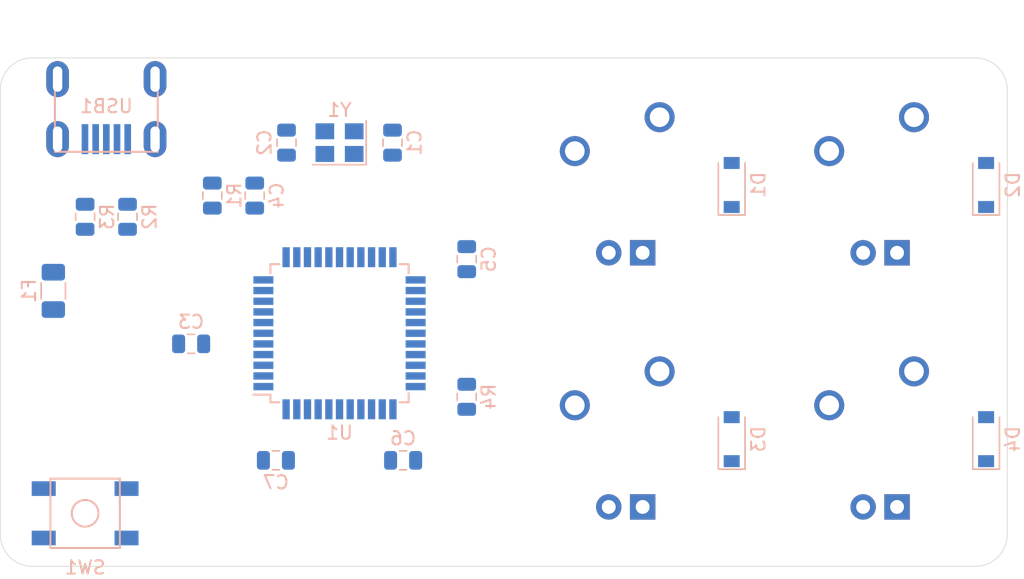
<source format=kicad_pcb>
(kicad_pcb (version 20171130) (host pcbnew "(5.1.4-0)")

  (general
    (thickness 1.6)
    (drawings 8)
    (tracks 0)
    (zones 0)
    (modules 24)
    (nets 45)
  )

  (page A4)
  (layers
    (0 F.Cu signal)
    (31 B.Cu signal)
    (32 B.Adhes user)
    (33 F.Adhes user)
    (34 B.Paste user)
    (35 F.Paste user)
    (36 B.SilkS user)
    (37 F.SilkS user)
    (38 B.Mask user)
    (39 F.Mask user)
    (40 Dwgs.User user)
    (41 Cmts.User user)
    (42 Eco1.User user)
    (43 Eco2.User user)
    (44 Edge.Cuts user)
    (45 Margin user)
    (46 B.CrtYd user)
    (47 F.CrtYd user)
    (48 B.Fab user)
    (49 F.Fab user)
  )

  (setup
    (last_trace_width 0.25)
    (trace_clearance 0.2)
    (zone_clearance 0.508)
    (zone_45_only no)
    (trace_min 0.2)
    (via_size 0.8)
    (via_drill 0.4)
    (via_min_size 0.4)
    (via_min_drill 0.3)
    (uvia_size 0.3)
    (uvia_drill 0.1)
    (uvias_allowed no)
    (uvia_min_size 0.2)
    (uvia_min_drill 0.1)
    (edge_width 0.05)
    (segment_width 0.2)
    (pcb_text_width 0.3)
    (pcb_text_size 1.5 1.5)
    (mod_edge_width 0.12)
    (mod_text_size 1 1)
    (mod_text_width 0.15)
    (pad_size 1.524 1.524)
    (pad_drill 0.762)
    (pad_to_mask_clearance 0.051)
    (solder_mask_min_width 0.25)
    (aux_axis_origin 0 0)
    (visible_elements FFFFFF7F)
    (pcbplotparams
      (layerselection 0x010fc_ffffffff)
      (usegerberextensions false)
      (usegerberattributes false)
      (usegerberadvancedattributes false)
      (creategerberjobfile false)
      (excludeedgelayer true)
      (linewidth 0.100000)
      (plotframeref false)
      (viasonmask false)
      (mode 1)
      (useauxorigin false)
      (hpglpennumber 1)
      (hpglpenspeed 20)
      (hpglpendiameter 15.000000)
      (psnegative false)
      (psa4output false)
      (plotreference true)
      (plotvalue true)
      (plotinvisibletext false)
      (padsonsilk false)
      (subtractmaskfromsilk false)
      (outputformat 1)
      (mirror false)
      (drillshape 1)
      (scaleselection 1)
      (outputdirectory ""))
  )

  (net 0 "")
  (net 1 GND)
  (net 2 "Net-(C1-Pad1)")
  (net 3 "Net-(C2-Pad1)")
  (net 4 "Net-(C3-Pad1)")
  (net 5 +5V)
  (net 6 "Net-(D1-Pad2)")
  (net 7 ROW0)
  (net 8 "Net-(D2-Pad2)")
  (net 9 "Net-(D3-Pad2)")
  (net 10 ROW1)
  (net 11 "Net-(D4-Pad2)")
  (net 12 VCC)
  (net 13 COL0)
  (net 14 COL1)
  (net 15 "Net-(R1-Pad2)")
  (net 16 D+)
  (net 17 "Net-(R2-Pad1)")
  (net 18 D-)
  (net 19 "Net-(R3-Pad1)")
  (net 20 "Net-(R4-Pad2)")
  (net 21 "Net-(U1-Pad42)")
  (net 22 "Net-(U1-Pad41)")
  (net 23 "Net-(U1-Pad40)")
  (net 24 "Net-(U1-Pad39)")
  (net 25 "Net-(U1-Pad38)")
  (net 26 "Net-(U1-Pad37)")
  (net 27 "Net-(U1-Pad36)")
  (net 28 "Net-(U1-Pad32)")
  (net 29 "Net-(U1-Pad31)")
  (net 30 "Net-(U1-Pad26)")
  (net 31 "Net-(U1-Pad25)")
  (net 32 "Net-(U1-Pad22)")
  (net 33 "Net-(U1-Pad21)")
  (net 34 "Net-(U1-Pad20)")
  (net 35 "Net-(U1-Pad19)")
  (net 36 "Net-(U1-Pad18)")
  (net 37 "Net-(U1-Pad12)")
  (net 38 "Net-(U1-Pad11)")
  (net 39 "Net-(U1-Pad10)")
  (net 40 "Net-(U1-Pad9)")
  (net 41 "Net-(U1-Pad8)")
  (net 42 "Net-(U1-Pad1)")
  (net 43 "Net-(USB1-Pad2)")
  (net 44 "Net-(USB1-Pad6)")

  (net_class Default 這是默認網絡組.
    (clearance 0.2)
    (trace_width 0.25)
    (via_dia 0.8)
    (via_drill 0.4)
    (uvia_dia 0.3)
    (uvia_drill 0.1)
    (add_net +5V)
    (add_net COL0)
    (add_net COL1)
    (add_net D+)
    (add_net D-)
    (add_net GND)
    (add_net "Net-(C1-Pad1)")
    (add_net "Net-(C2-Pad1)")
    (add_net "Net-(C3-Pad1)")
    (add_net "Net-(D1-Pad2)")
    (add_net "Net-(D2-Pad2)")
    (add_net "Net-(D3-Pad2)")
    (add_net "Net-(D4-Pad2)")
    (add_net "Net-(R1-Pad2)")
    (add_net "Net-(R2-Pad1)")
    (add_net "Net-(R3-Pad1)")
    (add_net "Net-(R4-Pad2)")
    (add_net "Net-(U1-Pad1)")
    (add_net "Net-(U1-Pad10)")
    (add_net "Net-(U1-Pad11)")
    (add_net "Net-(U1-Pad12)")
    (add_net "Net-(U1-Pad18)")
    (add_net "Net-(U1-Pad19)")
    (add_net "Net-(U1-Pad20)")
    (add_net "Net-(U1-Pad21)")
    (add_net "Net-(U1-Pad22)")
    (add_net "Net-(U1-Pad25)")
    (add_net "Net-(U1-Pad26)")
    (add_net "Net-(U1-Pad31)")
    (add_net "Net-(U1-Pad32)")
    (add_net "Net-(U1-Pad36)")
    (add_net "Net-(U1-Pad37)")
    (add_net "Net-(U1-Pad38)")
    (add_net "Net-(U1-Pad39)")
    (add_net "Net-(U1-Pad40)")
    (add_net "Net-(U1-Pad41)")
    (add_net "Net-(U1-Pad42)")
    (add_net "Net-(U1-Pad8)")
    (add_net "Net-(U1-Pad9)")
    (add_net "Net-(USB1-Pad2)")
    (add_net "Net-(USB1-Pad6)")
    (add_net ROW0)
    (add_net ROW1)
    (add_net VCC)
  )

  (module Crystal:Crystal_SMD_3225-4Pin_3.2x2.5mm (layer B.Cu) (tedit 5A0FD1B2) (tstamp 6366890E)
    (at 127.79375 103.98125 180)
    (descr "SMD Crystal SERIES SMD3225/4 http://www.txccrystal.com/images/pdf/7m-accuracy.pdf, 3.2x2.5mm^2 package")
    (tags "SMD SMT crystal")
    (path /63680A21)
    (attr smd)
    (fp_text reference Y1 (at 0 2.45) (layer B.SilkS)
      (effects (font (size 1 1) (thickness 0.15)) (justify mirror))
    )
    (fp_text value 16MHz (at 0 -2.45) (layer B.Fab)
      (effects (font (size 1 1) (thickness 0.15)) (justify mirror))
    )
    (fp_line (start 2.1 1.7) (end -2.1 1.7) (layer B.CrtYd) (width 0.05))
    (fp_line (start 2.1 -1.7) (end 2.1 1.7) (layer B.CrtYd) (width 0.05))
    (fp_line (start -2.1 -1.7) (end 2.1 -1.7) (layer B.CrtYd) (width 0.05))
    (fp_line (start -2.1 1.7) (end -2.1 -1.7) (layer B.CrtYd) (width 0.05))
    (fp_line (start -2 -1.65) (end 2 -1.65) (layer B.SilkS) (width 0.12))
    (fp_line (start -2 1.65) (end -2 -1.65) (layer B.SilkS) (width 0.12))
    (fp_line (start -1.6 -0.25) (end -0.6 -1.25) (layer B.Fab) (width 0.1))
    (fp_line (start 1.6 1.25) (end -1.6 1.25) (layer B.Fab) (width 0.1))
    (fp_line (start 1.6 -1.25) (end 1.6 1.25) (layer B.Fab) (width 0.1))
    (fp_line (start -1.6 -1.25) (end 1.6 -1.25) (layer B.Fab) (width 0.1))
    (fp_line (start -1.6 1.25) (end -1.6 -1.25) (layer B.Fab) (width 0.1))
    (fp_text user %R (at 0 0) (layer B.Fab)
      (effects (font (size 0.7 0.7) (thickness 0.105)) (justify mirror))
    )
    (pad 4 smd rect (at -1.1 0.85 180) (size 1.4 1.2) (layers B.Cu B.Paste B.Mask)
      (net 1 GND))
    (pad 3 smd rect (at 1.1 0.85 180) (size 1.4 1.2) (layers B.Cu B.Paste B.Mask)
      (net 3 "Net-(C2-Pad1)"))
    (pad 2 smd rect (at 1.1 -0.85 180) (size 1.4 1.2) (layers B.Cu B.Paste B.Mask)
      (net 1 GND))
    (pad 1 smd rect (at -1.1 -0.85 180) (size 1.4 1.2) (layers B.Cu B.Paste B.Mask)
      (net 2 "Net-(C1-Pad1)"))
    (model ${KISYS3DMOD}/Crystal.3dshapes/Crystal_SMD_3225-4Pin_3.2x2.5mm.wrl
      (at (xyz 0 0 0))
      (scale (xyz 1 1 1))
      (rotate (xyz 0 0 0))
    )
  )

  (module random-keyboard-parts:Molex-0548190589 (layer B.Cu) (tedit 5C494815) (tstamp 636688FA)
    (at 110.33125 99.21875 270)
    (path /636BF531)
    (attr smd)
    (fp_text reference USB1 (at 2.032 0) (layer B.SilkS)
      (effects (font (size 1 1) (thickness 0.15)) (justify mirror))
    )
    (fp_text value Molex-0548190589 (at -5.08 0) (layer Dwgs.User)
      (effects (font (size 1 1) (thickness 0.15)))
    )
    (fp_text user %R (at 2 0) (layer B.CrtYd)
      (effects (font (size 1 1) (thickness 0.15)) (justify mirror))
    )
    (fp_line (start 3.25 1.25) (end 5.5 1.25) (layer B.CrtYd) (width 0.15))
    (fp_line (start 5.5 0.5) (end 3.25 0.5) (layer B.CrtYd) (width 0.15))
    (fp_line (start 3.25 -0.5) (end 5.5 -0.5) (layer B.CrtYd) (width 0.15))
    (fp_line (start 5.5 -1.25) (end 3.25 -1.25) (layer B.CrtYd) (width 0.15))
    (fp_line (start 3.25 -2) (end 5.5 -2) (layer B.CrtYd) (width 0.15))
    (fp_line (start 3.25 2) (end 3.25 -2) (layer B.CrtYd) (width 0.15))
    (fp_line (start 5.5 2) (end 3.25 2) (layer B.CrtYd) (width 0.15))
    (fp_line (start -3.75 -3.75) (end -3.75 3.75) (layer B.CrtYd) (width 0.15))
    (fp_line (start 5.5 -3.75) (end -3.75 -3.75) (layer B.CrtYd) (width 0.15))
    (fp_line (start 5.5 3.75) (end 5.5 -3.75) (layer B.CrtYd) (width 0.15))
    (fp_line (start -3.75 3.75) (end 5.5 3.75) (layer B.CrtYd) (width 0.15))
    (fp_line (start 0 3.85) (end 5.45 3.85) (layer B.SilkS) (width 0.15))
    (fp_line (start 0 -3.85) (end 5.45 -3.85) (layer B.SilkS) (width 0.15))
    (fp_line (start 5.45 3.85) (end 5.45 -3.85) (layer B.SilkS) (width 0.15))
    (fp_line (start -3.75 3.85) (end 0 3.85) (layer Dwgs.User) (width 0.15))
    (fp_line (start -3.75 -3.85) (end 0 -3.85) (layer Dwgs.User) (width 0.15))
    (fp_line (start -1.75 4.572) (end -1.75 -4.572) (layer Dwgs.User) (width 0.15))
    (fp_line (start -3.75 3.85) (end -3.75 -3.85) (layer Dwgs.User) (width 0.15))
    (pad 6 thru_hole oval (at 0 3.65 270) (size 2.7 1.7) (drill oval 1.9 0.7) (layers *.Cu *.Mask)
      (net 44 "Net-(USB1-Pad6)"))
    (pad 6 thru_hole oval (at 0 -3.65 270) (size 2.7 1.7) (drill oval 1.9 0.7) (layers *.Cu *.Mask)
      (net 44 "Net-(USB1-Pad6)"))
    (pad 6 thru_hole oval (at 4.5 -3.65 270) (size 2.7 1.7) (drill oval 1.9 0.7) (layers *.Cu *.Mask)
      (net 44 "Net-(USB1-Pad6)"))
    (pad 6 thru_hole oval (at 4.5 3.65 270) (size 2.7 1.7) (drill oval 1.9 0.7) (layers *.Cu *.Mask)
      (net 44 "Net-(USB1-Pad6)"))
    (pad 5 smd rect (at 4.5 1.6 270) (size 2.25 0.5) (layers B.Cu B.Paste B.Mask)
      (net 12 VCC))
    (pad 4 smd rect (at 4.5 0.8 270) (size 2.25 0.5) (layers B.Cu B.Paste B.Mask)
      (net 18 D-))
    (pad 3 smd rect (at 4.5 0 270) (size 2.25 0.5) (layers B.Cu B.Paste B.Mask)
      (net 16 D+))
    (pad 2 smd rect (at 4.5 -0.8 270) (size 2.25 0.5) (layers B.Cu B.Paste B.Mask)
      (net 43 "Net-(USB1-Pad2)"))
    (pad 1 smd rect (at 4.5 -1.6 270) (size 2.25 0.5) (layers B.Cu B.Paste B.Mask)
      (net 1 GND))
  )

  (module Package_QFP:TQFP-44_10x10mm_P0.8mm (layer B.Cu) (tedit 5A02F146) (tstamp 636688DA)
    (at 127.79375 118.26875)
    (descr "44-Lead Plastic Thin Quad Flatpack (PT) - 10x10x1.0 mm Body [TQFP] (see Microchip Packaging Specification 00000049BS.pdf)")
    (tags "QFP 0.8")
    (path /6365EB59)
    (attr smd)
    (fp_text reference U1 (at 0 7.45) (layer B.SilkS)
      (effects (font (size 1 1) (thickness 0.15)) (justify mirror))
    )
    (fp_text value ATmega32U4-AU (at 0 -7.45) (layer B.Fab)
      (effects (font (size 1 1) (thickness 0.15)) (justify mirror))
    )
    (fp_line (start -5.175 4.6) (end -6.45 4.6) (layer B.SilkS) (width 0.15))
    (fp_line (start 5.175 5.175) (end 4.5 5.175) (layer B.SilkS) (width 0.15))
    (fp_line (start 5.175 -5.175) (end 4.5 -5.175) (layer B.SilkS) (width 0.15))
    (fp_line (start -5.175 -5.175) (end -4.5 -5.175) (layer B.SilkS) (width 0.15))
    (fp_line (start -5.175 5.175) (end -4.5 5.175) (layer B.SilkS) (width 0.15))
    (fp_line (start -5.175 -5.175) (end -5.175 -4.5) (layer B.SilkS) (width 0.15))
    (fp_line (start 5.175 -5.175) (end 5.175 -4.5) (layer B.SilkS) (width 0.15))
    (fp_line (start 5.175 5.175) (end 5.175 4.5) (layer B.SilkS) (width 0.15))
    (fp_line (start -5.175 5.175) (end -5.175 4.6) (layer B.SilkS) (width 0.15))
    (fp_line (start -6.7 -6.7) (end 6.7 -6.7) (layer B.CrtYd) (width 0.05))
    (fp_line (start -6.7 6.7) (end 6.7 6.7) (layer B.CrtYd) (width 0.05))
    (fp_line (start 6.7 6.7) (end 6.7 -6.7) (layer B.CrtYd) (width 0.05))
    (fp_line (start -6.7 6.7) (end -6.7 -6.7) (layer B.CrtYd) (width 0.05))
    (fp_line (start -5 4) (end -4 5) (layer B.Fab) (width 0.15))
    (fp_line (start -5 -5) (end -5 4) (layer B.Fab) (width 0.15))
    (fp_line (start 5 -5) (end -5 -5) (layer B.Fab) (width 0.15))
    (fp_line (start 5 5) (end 5 -5) (layer B.Fab) (width 0.15))
    (fp_line (start -4 5) (end 5 5) (layer B.Fab) (width 0.15))
    (fp_text user %R (at 0 0) (layer B.Fab)
      (effects (font (size 1 1) (thickness 0.15)) (justify mirror))
    )
    (pad 44 smd rect (at -4 5.7 270) (size 1.5 0.55) (layers B.Cu B.Paste B.Mask)
      (net 5 +5V))
    (pad 43 smd rect (at -3.2 5.7 270) (size 1.5 0.55) (layers B.Cu B.Paste B.Mask)
      (net 1 GND))
    (pad 42 smd rect (at -2.4 5.7 270) (size 1.5 0.55) (layers B.Cu B.Paste B.Mask)
      (net 21 "Net-(U1-Pad42)"))
    (pad 41 smd rect (at -1.6 5.7 270) (size 1.5 0.55) (layers B.Cu B.Paste B.Mask)
      (net 22 "Net-(U1-Pad41)"))
    (pad 40 smd rect (at -0.8 5.7 270) (size 1.5 0.55) (layers B.Cu B.Paste B.Mask)
      (net 23 "Net-(U1-Pad40)"))
    (pad 39 smd rect (at 0 5.7 270) (size 1.5 0.55) (layers B.Cu B.Paste B.Mask)
      (net 24 "Net-(U1-Pad39)"))
    (pad 38 smd rect (at 0.8 5.7 270) (size 1.5 0.55) (layers B.Cu B.Paste B.Mask)
      (net 25 "Net-(U1-Pad38)"))
    (pad 37 smd rect (at 1.6 5.7 270) (size 1.5 0.55) (layers B.Cu B.Paste B.Mask)
      (net 26 "Net-(U1-Pad37)"))
    (pad 36 smd rect (at 2.4 5.7 270) (size 1.5 0.55) (layers B.Cu B.Paste B.Mask)
      (net 27 "Net-(U1-Pad36)"))
    (pad 35 smd rect (at 3.2 5.7 270) (size 1.5 0.55) (layers B.Cu B.Paste B.Mask)
      (net 1 GND))
    (pad 34 smd rect (at 4 5.7 270) (size 1.5 0.55) (layers B.Cu B.Paste B.Mask)
      (net 5 +5V))
    (pad 33 smd rect (at 5.7 4) (size 1.5 0.55) (layers B.Cu B.Paste B.Mask)
      (net 20 "Net-(R4-Pad2)"))
    (pad 32 smd rect (at 5.7 3.2) (size 1.5 0.55) (layers B.Cu B.Paste B.Mask)
      (net 28 "Net-(U1-Pad32)"))
    (pad 31 smd rect (at 5.7 2.4) (size 1.5 0.55) (layers B.Cu B.Paste B.Mask)
      (net 29 "Net-(U1-Pad31)"))
    (pad 30 smd rect (at 5.7 1.6) (size 1.5 0.55) (layers B.Cu B.Paste B.Mask)
      (net 10 ROW1))
    (pad 29 smd rect (at 5.7 0.8) (size 1.5 0.55) (layers B.Cu B.Paste B.Mask)
      (net 14 COL1))
    (pad 28 smd rect (at 5.7 0) (size 1.5 0.55) (layers B.Cu B.Paste B.Mask)
      (net 13 COL0))
    (pad 27 smd rect (at 5.7 -0.8) (size 1.5 0.55) (layers B.Cu B.Paste B.Mask)
      (net 7 ROW0))
    (pad 26 smd rect (at 5.7 -1.6) (size 1.5 0.55) (layers B.Cu B.Paste B.Mask)
      (net 30 "Net-(U1-Pad26)"))
    (pad 25 smd rect (at 5.7 -2.4) (size 1.5 0.55) (layers B.Cu B.Paste B.Mask)
      (net 31 "Net-(U1-Pad25)"))
    (pad 24 smd rect (at 5.7 -3.2) (size 1.5 0.55) (layers B.Cu B.Paste B.Mask)
      (net 5 +5V))
    (pad 23 smd rect (at 5.7 -4) (size 1.5 0.55) (layers B.Cu B.Paste B.Mask)
      (net 1 GND))
    (pad 22 smd rect (at 4 -5.7 270) (size 1.5 0.55) (layers B.Cu B.Paste B.Mask)
      (net 32 "Net-(U1-Pad22)"))
    (pad 21 smd rect (at 3.2 -5.7 270) (size 1.5 0.55) (layers B.Cu B.Paste B.Mask)
      (net 33 "Net-(U1-Pad21)"))
    (pad 20 smd rect (at 2.4 -5.7 270) (size 1.5 0.55) (layers B.Cu B.Paste B.Mask)
      (net 34 "Net-(U1-Pad20)"))
    (pad 19 smd rect (at 1.6 -5.7 270) (size 1.5 0.55) (layers B.Cu B.Paste B.Mask)
      (net 35 "Net-(U1-Pad19)"))
    (pad 18 smd rect (at 0.8 -5.7 270) (size 1.5 0.55) (layers B.Cu B.Paste B.Mask)
      (net 36 "Net-(U1-Pad18)"))
    (pad 17 smd rect (at 0 -5.7 270) (size 1.5 0.55) (layers B.Cu B.Paste B.Mask)
      (net 2 "Net-(C1-Pad1)"))
    (pad 16 smd rect (at -0.8 -5.7 270) (size 1.5 0.55) (layers B.Cu B.Paste B.Mask)
      (net 3 "Net-(C2-Pad1)"))
    (pad 15 smd rect (at -1.6 -5.7 270) (size 1.5 0.55) (layers B.Cu B.Paste B.Mask)
      (net 1 GND))
    (pad 14 smd rect (at -2.4 -5.7 270) (size 1.5 0.55) (layers B.Cu B.Paste B.Mask)
      (net 5 +5V))
    (pad 13 smd rect (at -3.2 -5.7 270) (size 1.5 0.55) (layers B.Cu B.Paste B.Mask)
      (net 15 "Net-(R1-Pad2)"))
    (pad 12 smd rect (at -4 -5.7 270) (size 1.5 0.55) (layers B.Cu B.Paste B.Mask)
      (net 37 "Net-(U1-Pad12)"))
    (pad 11 smd rect (at -5.7 -4) (size 1.5 0.55) (layers B.Cu B.Paste B.Mask)
      (net 38 "Net-(U1-Pad11)"))
    (pad 10 smd rect (at -5.7 -3.2) (size 1.5 0.55) (layers B.Cu B.Paste B.Mask)
      (net 39 "Net-(U1-Pad10)"))
    (pad 9 smd rect (at -5.7 -2.4) (size 1.5 0.55) (layers B.Cu B.Paste B.Mask)
      (net 40 "Net-(U1-Pad9)"))
    (pad 8 smd rect (at -5.7 -1.6) (size 1.5 0.55) (layers B.Cu B.Paste B.Mask)
      (net 41 "Net-(U1-Pad8)"))
    (pad 7 smd rect (at -5.7 -0.8) (size 1.5 0.55) (layers B.Cu B.Paste B.Mask)
      (net 5 +5V))
    (pad 6 smd rect (at -5.7 0) (size 1.5 0.55) (layers B.Cu B.Paste B.Mask)
      (net 4 "Net-(C3-Pad1)"))
    (pad 5 smd rect (at -5.7 0.8) (size 1.5 0.55) (layers B.Cu B.Paste B.Mask)
      (net 1 GND))
    (pad 4 smd rect (at -5.7 1.6) (size 1.5 0.55) (layers B.Cu B.Paste B.Mask)
      (net 17 "Net-(R2-Pad1)"))
    (pad 3 smd rect (at -5.7 2.4) (size 1.5 0.55) (layers B.Cu B.Paste B.Mask)
      (net 19 "Net-(R3-Pad1)"))
    (pad 2 smd rect (at -5.7 3.2) (size 1.5 0.55) (layers B.Cu B.Paste B.Mask)
      (net 5 +5V))
    (pad 1 smd rect (at -5.7 4) (size 1.5 0.55) (layers B.Cu B.Paste B.Mask)
      (net 42 "Net-(U1-Pad1)"))
    (model ${KISYS3DMOD}/Package_QFP.3dshapes/TQFP-44_10x10mm_P0.8mm.wrl
      (at (xyz 0 0 0))
      (scale (xyz 1 1 1))
      (rotate (xyz 0 0 0))
    )
  )

  (module random-keyboard-parts:SKQG-1155865 (layer B.Cu) (tedit 5E62B398) (tstamp 63668897)
    (at 108.74375 131.7625 180)
    (path /636A8D20)
    (attr smd)
    (fp_text reference SW1 (at 0 -4.064) (layer B.SilkS)
      (effects (font (size 1 1) (thickness 0.15)) (justify mirror))
    )
    (fp_text value SW_Push (at 0 4.064) (layer B.Fab)
      (effects (font (size 1 1) (thickness 0.15)) (justify mirror))
    )
    (fp_line (start -2.6 2.6) (end 2.6 2.6) (layer B.SilkS) (width 0.15))
    (fp_line (start 2.6 2.6) (end 2.6 -2.6) (layer B.SilkS) (width 0.15))
    (fp_line (start 2.6 -2.6) (end -2.6 -2.6) (layer B.SilkS) (width 0.15))
    (fp_line (start -2.6 -2.6) (end -2.6 2.6) (layer B.SilkS) (width 0.15))
    (fp_circle (center 0 0) (end 1 0) (layer B.SilkS) (width 0.15))
    (fp_line (start -4.2 2.6) (end 4.2 2.6) (layer B.Fab) (width 0.15))
    (fp_line (start 4.2 2.6) (end 4.2 1.2) (layer B.Fab) (width 0.15))
    (fp_line (start 4.2 1.1) (end 2.6 1.1) (layer B.Fab) (width 0.15))
    (fp_line (start 2.6 1.1) (end 2.6 -1.1) (layer B.Fab) (width 0.15))
    (fp_line (start 2.6 -1.1) (end 4.2 -1.1) (layer B.Fab) (width 0.15))
    (fp_line (start 4.2 -1.1) (end 4.2 -2.6) (layer B.Fab) (width 0.15))
    (fp_line (start 4.2 -2.6) (end -4.2 -2.6) (layer B.Fab) (width 0.15))
    (fp_line (start -4.2 -2.6) (end -4.2 -1.1) (layer B.Fab) (width 0.15))
    (fp_line (start -4.2 -1.1) (end -2.6 -1.1) (layer B.Fab) (width 0.15))
    (fp_line (start -2.6 -1.1) (end -2.6 1.1) (layer B.Fab) (width 0.15))
    (fp_line (start -2.6 1.1) (end -4.2 1.1) (layer B.Fab) (width 0.15))
    (fp_line (start -4.2 1.1) (end -4.2 2.6) (layer B.Fab) (width 0.15))
    (fp_circle (center 0 0) (end 1 0) (layer B.Fab) (width 0.15))
    (fp_line (start -2.6 1.1) (end -1.1 2.6) (layer B.Fab) (width 0.15))
    (fp_line (start 2.6 1.1) (end 1.1 2.6) (layer B.Fab) (width 0.15))
    (fp_line (start 2.6 -1.1) (end 1.1 -2.6) (layer B.Fab) (width 0.15))
    (fp_line (start -2.6 -1.1) (end -1.1 -2.6) (layer B.Fab) (width 0.15))
    (pad 4 smd rect (at -3.1 -1.85 180) (size 1.8 1.1) (layers B.Cu B.Paste B.Mask))
    (pad 3 smd rect (at 3.1 1.85 180) (size 1.8 1.1) (layers B.Cu B.Paste B.Mask))
    (pad 2 smd rect (at -3.1 1.85 180) (size 1.8 1.1) (layers B.Cu B.Paste B.Mask)
      (net 15 "Net-(R1-Pad2)"))
    (pad 1 smd rect (at 3.1 -1.85 180) (size 1.8 1.1) (layers B.Cu B.Paste B.Mask)
      (net 1 GND))
    (model ${KISYS3DMOD}/Button_Switch_SMD.3dshapes/SW_SPST_TL3342.step
      (at (xyz 0 0 0))
      (scale (xyz 1 1 1))
      (rotate (xyz 0 0 0))
    )
  )

  (module Resistor_SMD:R_0805_2012Metric (layer B.Cu) (tedit 5B36C52B) (tstamp 63668879)
    (at 137.31875 123.03125 90)
    (descr "Resistor SMD 0805 (2012 Metric), square (rectangular) end terminal, IPC_7351 nominal, (Body size source: https://docs.google.com/spreadsheets/d/1BsfQQcO9C6DZCsRaXUlFlo91Tg2WpOkGARC1WS5S8t0/edit?usp=sharing), generated with kicad-footprint-generator")
    (tags resistor)
    (path /6366EFAC)
    (attr smd)
    (fp_text reference R4 (at 0 1.65 90) (layer B.SilkS)
      (effects (font (size 1 1) (thickness 0.15)) (justify mirror))
    )
    (fp_text value 10k (at 0 -1.65 90) (layer B.Fab)
      (effects (font (size 1 1) (thickness 0.15)) (justify mirror))
    )
    (fp_text user %R (at 0 0 90) (layer B.Fab)
      (effects (font (size 0.5 0.5) (thickness 0.08)) (justify mirror))
    )
    (fp_line (start 1.68 -0.95) (end -1.68 -0.95) (layer B.CrtYd) (width 0.05))
    (fp_line (start 1.68 0.95) (end 1.68 -0.95) (layer B.CrtYd) (width 0.05))
    (fp_line (start -1.68 0.95) (end 1.68 0.95) (layer B.CrtYd) (width 0.05))
    (fp_line (start -1.68 -0.95) (end -1.68 0.95) (layer B.CrtYd) (width 0.05))
    (fp_line (start -0.258578 -0.71) (end 0.258578 -0.71) (layer B.SilkS) (width 0.12))
    (fp_line (start -0.258578 0.71) (end 0.258578 0.71) (layer B.SilkS) (width 0.12))
    (fp_line (start 1 -0.6) (end -1 -0.6) (layer B.Fab) (width 0.1))
    (fp_line (start 1 0.6) (end 1 -0.6) (layer B.Fab) (width 0.1))
    (fp_line (start -1 0.6) (end 1 0.6) (layer B.Fab) (width 0.1))
    (fp_line (start -1 -0.6) (end -1 0.6) (layer B.Fab) (width 0.1))
    (pad 2 smd roundrect (at 0.9375 0 90) (size 0.975 1.4) (layers B.Cu B.Paste B.Mask) (roundrect_rratio 0.25)
      (net 20 "Net-(R4-Pad2)"))
    (pad 1 smd roundrect (at -0.9375 0 90) (size 0.975 1.4) (layers B.Cu B.Paste B.Mask) (roundrect_rratio 0.25)
      (net 1 GND))
    (model ${KISYS3DMOD}/Resistor_SMD.3dshapes/R_0805_2012Metric.wrl
      (at (xyz 0 0 0))
      (scale (xyz 1 1 1))
      (rotate (xyz 0 0 0))
    )
  )

  (module Resistor_SMD:R_0805_2012Metric (layer B.Cu) (tedit 5B36C52B) (tstamp 63668868)
    (at 108.74375 109.5375 90)
    (descr "Resistor SMD 0805 (2012 Metric), square (rectangular) end terminal, IPC_7351 nominal, (Body size source: https://docs.google.com/spreadsheets/d/1BsfQQcO9C6DZCsRaXUlFlo91Tg2WpOkGARC1WS5S8t0/edit?usp=sharing), generated with kicad-footprint-generator")
    (tags resistor)
    (path /6365FE92)
    (attr smd)
    (fp_text reference R3 (at 0 1.65 90) (layer B.SilkS)
      (effects (font (size 1 1) (thickness 0.15)) (justify mirror))
    )
    (fp_text value 22 (at 0 -1.65 90) (layer B.Fab)
      (effects (font (size 1 1) (thickness 0.15)) (justify mirror))
    )
    (fp_text user %R (at 0 0 90) (layer B.Fab)
      (effects (font (size 0.5 0.5) (thickness 0.08)) (justify mirror))
    )
    (fp_line (start 1.68 -0.95) (end -1.68 -0.95) (layer B.CrtYd) (width 0.05))
    (fp_line (start 1.68 0.95) (end 1.68 -0.95) (layer B.CrtYd) (width 0.05))
    (fp_line (start -1.68 0.95) (end 1.68 0.95) (layer B.CrtYd) (width 0.05))
    (fp_line (start -1.68 -0.95) (end -1.68 0.95) (layer B.CrtYd) (width 0.05))
    (fp_line (start -0.258578 -0.71) (end 0.258578 -0.71) (layer B.SilkS) (width 0.12))
    (fp_line (start -0.258578 0.71) (end 0.258578 0.71) (layer B.SilkS) (width 0.12))
    (fp_line (start 1 -0.6) (end -1 -0.6) (layer B.Fab) (width 0.1))
    (fp_line (start 1 0.6) (end 1 -0.6) (layer B.Fab) (width 0.1))
    (fp_line (start -1 0.6) (end 1 0.6) (layer B.Fab) (width 0.1))
    (fp_line (start -1 -0.6) (end -1 0.6) (layer B.Fab) (width 0.1))
    (pad 2 smd roundrect (at 0.9375 0 90) (size 0.975 1.4) (layers B.Cu B.Paste B.Mask) (roundrect_rratio 0.25)
      (net 18 D-))
    (pad 1 smd roundrect (at -0.9375 0 90) (size 0.975 1.4) (layers B.Cu B.Paste B.Mask) (roundrect_rratio 0.25)
      (net 19 "Net-(R3-Pad1)"))
    (model ${KISYS3DMOD}/Resistor_SMD.3dshapes/R_0805_2012Metric.wrl
      (at (xyz 0 0 0))
      (scale (xyz 1 1 1))
      (rotate (xyz 0 0 0))
    )
  )

  (module Resistor_SMD:R_0805_2012Metric (layer B.Cu) (tedit 5B36C52B) (tstamp 63668857)
    (at 111.91875 109.5375 90)
    (descr "Resistor SMD 0805 (2012 Metric), square (rectangular) end terminal, IPC_7351 nominal, (Body size source: https://docs.google.com/spreadsheets/d/1BsfQQcO9C6DZCsRaXUlFlo91Tg2WpOkGARC1WS5S8t0/edit?usp=sharing), generated with kicad-footprint-generator")
    (tags resistor)
    (path /6366229B)
    (attr smd)
    (fp_text reference R2 (at 0 1.65 90) (layer B.SilkS)
      (effects (font (size 1 1) (thickness 0.15)) (justify mirror))
    )
    (fp_text value 22 (at 0 -1.65 90) (layer B.Fab)
      (effects (font (size 1 1) (thickness 0.15)) (justify mirror))
    )
    (fp_text user %R (at 0 0 90) (layer B.Fab)
      (effects (font (size 0.5 0.5) (thickness 0.08)) (justify mirror))
    )
    (fp_line (start 1.68 -0.95) (end -1.68 -0.95) (layer B.CrtYd) (width 0.05))
    (fp_line (start 1.68 0.95) (end 1.68 -0.95) (layer B.CrtYd) (width 0.05))
    (fp_line (start -1.68 0.95) (end 1.68 0.95) (layer B.CrtYd) (width 0.05))
    (fp_line (start -1.68 -0.95) (end -1.68 0.95) (layer B.CrtYd) (width 0.05))
    (fp_line (start -0.258578 -0.71) (end 0.258578 -0.71) (layer B.SilkS) (width 0.12))
    (fp_line (start -0.258578 0.71) (end 0.258578 0.71) (layer B.SilkS) (width 0.12))
    (fp_line (start 1 -0.6) (end -1 -0.6) (layer B.Fab) (width 0.1))
    (fp_line (start 1 0.6) (end 1 -0.6) (layer B.Fab) (width 0.1))
    (fp_line (start -1 0.6) (end 1 0.6) (layer B.Fab) (width 0.1))
    (fp_line (start -1 -0.6) (end -1 0.6) (layer B.Fab) (width 0.1))
    (pad 2 smd roundrect (at 0.9375 0 90) (size 0.975 1.4) (layers B.Cu B.Paste B.Mask) (roundrect_rratio 0.25)
      (net 16 D+))
    (pad 1 smd roundrect (at -0.9375 0 90) (size 0.975 1.4) (layers B.Cu B.Paste B.Mask) (roundrect_rratio 0.25)
      (net 17 "Net-(R2-Pad1)"))
    (model ${KISYS3DMOD}/Resistor_SMD.3dshapes/R_0805_2012Metric.wrl
      (at (xyz 0 0 0))
      (scale (xyz 1 1 1))
      (rotate (xyz 0 0 0))
    )
  )

  (module Resistor_SMD:R_0805_2012Metric (layer B.Cu) (tedit 5B36C52B) (tstamp 63668846)
    (at 118.26875 107.95 90)
    (descr "Resistor SMD 0805 (2012 Metric), square (rectangular) end terminal, IPC_7351 nominal, (Body size source: https://docs.google.com/spreadsheets/d/1BsfQQcO9C6DZCsRaXUlFlo91Tg2WpOkGARC1WS5S8t0/edit?usp=sharing), generated with kicad-footprint-generator")
    (tags resistor)
    (path /636ACCB1)
    (attr smd)
    (fp_text reference R1 (at 0 1.65 -90) (layer B.SilkS)
      (effects (font (size 1 1) (thickness 0.15)) (justify mirror))
    )
    (fp_text value 10k (at 0 -1.65 -90) (layer B.Fab)
      (effects (font (size 1 1) (thickness 0.15)) (justify mirror))
    )
    (fp_text user %R (at 0 0 -90) (layer B.Fab)
      (effects (font (size 0.5 0.5) (thickness 0.08)) (justify mirror))
    )
    (fp_line (start 1.68 -0.95) (end -1.68 -0.95) (layer B.CrtYd) (width 0.05))
    (fp_line (start 1.68 0.95) (end 1.68 -0.95) (layer B.CrtYd) (width 0.05))
    (fp_line (start -1.68 0.95) (end 1.68 0.95) (layer B.CrtYd) (width 0.05))
    (fp_line (start -1.68 -0.95) (end -1.68 0.95) (layer B.CrtYd) (width 0.05))
    (fp_line (start -0.258578 -0.71) (end 0.258578 -0.71) (layer B.SilkS) (width 0.12))
    (fp_line (start -0.258578 0.71) (end 0.258578 0.71) (layer B.SilkS) (width 0.12))
    (fp_line (start 1 -0.6) (end -1 -0.6) (layer B.Fab) (width 0.1))
    (fp_line (start 1 0.6) (end 1 -0.6) (layer B.Fab) (width 0.1))
    (fp_line (start -1 0.6) (end 1 0.6) (layer B.Fab) (width 0.1))
    (fp_line (start -1 -0.6) (end -1 0.6) (layer B.Fab) (width 0.1))
    (pad 2 smd roundrect (at 0.9375 0 90) (size 0.975 1.4) (layers B.Cu B.Paste B.Mask) (roundrect_rratio 0.25)
      (net 15 "Net-(R1-Pad2)"))
    (pad 1 smd roundrect (at -0.9375 0 90) (size 0.975 1.4) (layers B.Cu B.Paste B.Mask) (roundrect_rratio 0.25)
      (net 5 +5V))
    (model ${KISYS3DMOD}/Resistor_SMD.3dshapes/R_0805_2012Metric.wrl
      (at (xyz 0 0 0))
      (scale (xyz 1 1 1))
      (rotate (xyz 0 0 0))
    )
  )

  (module MX_Only:MXOnly-1U (layer F.Cu) (tedit 5AC9901D) (tstamp 63668835)
    (at 168.275 126.20625)
    (path /636F870C)
    (fp_text reference MX4 (at 0 3.175) (layer Dwgs.User)
      (effects (font (size 1 1) (thickness 0.15)))
    )
    (fp_text value MX-NoLED (at 0 -7.9375) (layer Dwgs.User)
      (effects (font (size 1 1) (thickness 0.15)))
    )
    (fp_line (start -9.525 9.525) (end -9.525 -9.525) (layer Dwgs.User) (width 0.15))
    (fp_line (start 9.525 9.525) (end -9.525 9.525) (layer Dwgs.User) (width 0.15))
    (fp_line (start 9.525 -9.525) (end 9.525 9.525) (layer Dwgs.User) (width 0.15))
    (fp_line (start -9.525 -9.525) (end 9.525 -9.525) (layer Dwgs.User) (width 0.15))
    (fp_line (start -7 -7) (end -7 -5) (layer Dwgs.User) (width 0.15))
    (fp_line (start -5 -7) (end -7 -7) (layer Dwgs.User) (width 0.15))
    (fp_line (start -7 7) (end -5 7) (layer Dwgs.User) (width 0.15))
    (fp_line (start -7 5) (end -7 7) (layer Dwgs.User) (width 0.15))
    (fp_line (start 7 7) (end 7 5) (layer Dwgs.User) (width 0.15))
    (fp_line (start 5 7) (end 7 7) (layer Dwgs.User) (width 0.15))
    (fp_line (start 7 -7) (end 7 -5) (layer Dwgs.User) (width 0.15))
    (fp_line (start 5 -7) (end 7 -7) (layer Dwgs.User) (width 0.15))
    (pad "" np_thru_hole circle (at 5.08 0 48.0996) (size 1.75 1.75) (drill 1.75) (layers *.Cu *.Mask))
    (pad "" np_thru_hole circle (at -5.08 0 48.0996) (size 1.75 1.75) (drill 1.75) (layers *.Cu *.Mask))
    (pad 4 thru_hole rect (at 1.27 5.08) (size 1.905 1.905) (drill 1.04) (layers *.Cu B.Mask))
    (pad 3 thru_hole circle (at -1.27 5.08) (size 1.905 1.905) (drill 1.04) (layers *.Cu B.Mask))
    (pad 1 thru_hole circle (at -3.81 -2.54) (size 2.25 2.25) (drill 1.47) (layers *.Cu B.Mask)
      (net 14 COL1))
    (pad "" np_thru_hole circle (at 0 0) (size 3.9878 3.9878) (drill 3.9878) (layers *.Cu *.Mask))
    (pad 2 thru_hole circle (at 2.54 -5.08) (size 2.25 2.25) (drill 1.47) (layers *.Cu B.Mask)
      (net 11 "Net-(D4-Pad2)"))
  )

  (module MX_Only:MXOnly-1U (layer F.Cu) (tedit 5AC9901D) (tstamp 6366881E)
    (at 149.225 126.20625)
    (path /636F86FE)
    (fp_text reference MX3 (at 0 3.175) (layer Dwgs.User)
      (effects (font (size 1 1) (thickness 0.15)))
    )
    (fp_text value MX-NoLED (at 0 -7.9375) (layer Dwgs.User)
      (effects (font (size 1 1) (thickness 0.15)))
    )
    (fp_line (start -9.525 9.525) (end -9.525 -9.525) (layer Dwgs.User) (width 0.15))
    (fp_line (start 9.525 9.525) (end -9.525 9.525) (layer Dwgs.User) (width 0.15))
    (fp_line (start 9.525 -9.525) (end 9.525 9.525) (layer Dwgs.User) (width 0.15))
    (fp_line (start -9.525 -9.525) (end 9.525 -9.525) (layer Dwgs.User) (width 0.15))
    (fp_line (start -7 -7) (end -7 -5) (layer Dwgs.User) (width 0.15))
    (fp_line (start -5 -7) (end -7 -7) (layer Dwgs.User) (width 0.15))
    (fp_line (start -7 7) (end -5 7) (layer Dwgs.User) (width 0.15))
    (fp_line (start -7 5) (end -7 7) (layer Dwgs.User) (width 0.15))
    (fp_line (start 7 7) (end 7 5) (layer Dwgs.User) (width 0.15))
    (fp_line (start 5 7) (end 7 7) (layer Dwgs.User) (width 0.15))
    (fp_line (start 7 -7) (end 7 -5) (layer Dwgs.User) (width 0.15))
    (fp_line (start 5 -7) (end 7 -7) (layer Dwgs.User) (width 0.15))
    (pad "" np_thru_hole circle (at 5.08 0 48.0996) (size 1.75 1.75) (drill 1.75) (layers *.Cu *.Mask))
    (pad "" np_thru_hole circle (at -5.08 0 48.0996) (size 1.75 1.75) (drill 1.75) (layers *.Cu *.Mask))
    (pad 4 thru_hole rect (at 1.27 5.08) (size 1.905 1.905) (drill 1.04) (layers *.Cu B.Mask))
    (pad 3 thru_hole circle (at -1.27 5.08) (size 1.905 1.905) (drill 1.04) (layers *.Cu B.Mask))
    (pad 1 thru_hole circle (at -3.81 -2.54) (size 2.25 2.25) (drill 1.47) (layers *.Cu B.Mask)
      (net 13 COL0))
    (pad "" np_thru_hole circle (at 0 0) (size 3.9878 3.9878) (drill 3.9878) (layers *.Cu *.Mask))
    (pad 2 thru_hole circle (at 2.54 -5.08) (size 2.25 2.25) (drill 1.47) (layers *.Cu B.Mask)
      (net 9 "Net-(D3-Pad2)"))
  )

  (module MX_Only:MXOnly-1U (layer F.Cu) (tedit 5AC9901D) (tstamp 63668807)
    (at 168.275 107.15625)
    (path /636F0FB9)
    (fp_text reference MX2 (at 0 3.175) (layer Dwgs.User)
      (effects (font (size 1 1) (thickness 0.15)))
    )
    (fp_text value MX-NoLED (at 0 -7.9375) (layer Dwgs.User)
      (effects (font (size 1 1) (thickness 0.15)))
    )
    (fp_line (start -9.525 9.525) (end -9.525 -9.525) (layer Dwgs.User) (width 0.15))
    (fp_line (start 9.525 9.525) (end -9.525 9.525) (layer Dwgs.User) (width 0.15))
    (fp_line (start 9.525 -9.525) (end 9.525 9.525) (layer Dwgs.User) (width 0.15))
    (fp_line (start -9.525 -9.525) (end 9.525 -9.525) (layer Dwgs.User) (width 0.15))
    (fp_line (start -7 -7) (end -7 -5) (layer Dwgs.User) (width 0.15))
    (fp_line (start -5 -7) (end -7 -7) (layer Dwgs.User) (width 0.15))
    (fp_line (start -7 7) (end -5 7) (layer Dwgs.User) (width 0.15))
    (fp_line (start -7 5) (end -7 7) (layer Dwgs.User) (width 0.15))
    (fp_line (start 7 7) (end 7 5) (layer Dwgs.User) (width 0.15))
    (fp_line (start 5 7) (end 7 7) (layer Dwgs.User) (width 0.15))
    (fp_line (start 7 -7) (end 7 -5) (layer Dwgs.User) (width 0.15))
    (fp_line (start 5 -7) (end 7 -7) (layer Dwgs.User) (width 0.15))
    (pad "" np_thru_hole circle (at 5.08 0 48.0996) (size 1.75 1.75) (drill 1.75) (layers *.Cu *.Mask))
    (pad "" np_thru_hole circle (at -5.08 0 48.0996) (size 1.75 1.75) (drill 1.75) (layers *.Cu *.Mask))
    (pad 4 thru_hole rect (at 1.27 5.08) (size 1.905 1.905) (drill 1.04) (layers *.Cu B.Mask))
    (pad 3 thru_hole circle (at -1.27 5.08) (size 1.905 1.905) (drill 1.04) (layers *.Cu B.Mask))
    (pad 1 thru_hole circle (at -3.81 -2.54) (size 2.25 2.25) (drill 1.47) (layers *.Cu B.Mask)
      (net 14 COL1))
    (pad "" np_thru_hole circle (at 0 0) (size 3.9878 3.9878) (drill 3.9878) (layers *.Cu *.Mask))
    (pad 2 thru_hole circle (at 2.54 -5.08) (size 2.25 2.25) (drill 1.47) (layers *.Cu B.Mask)
      (net 8 "Net-(D2-Pad2)"))
  )

  (module MX_Only:MXOnly-1U (layer F.Cu) (tedit 5AC9901D) (tstamp 636687F0)
    (at 149.225 107.15625)
    (path /636E001D)
    (fp_text reference MX1 (at 0 3.175) (layer Dwgs.User)
      (effects (font (size 1 1) (thickness 0.15)))
    )
    (fp_text value MX-NoLED (at 0 -7.9375) (layer Dwgs.User)
      (effects (font (size 1 1) (thickness 0.15)))
    )
    (fp_line (start -9.525 9.525) (end -9.525 -9.525) (layer Dwgs.User) (width 0.15))
    (fp_line (start 9.525 9.525) (end -9.525 9.525) (layer Dwgs.User) (width 0.15))
    (fp_line (start 9.525 -9.525) (end 9.525 9.525) (layer Dwgs.User) (width 0.15))
    (fp_line (start -9.525 -9.525) (end 9.525 -9.525) (layer Dwgs.User) (width 0.15))
    (fp_line (start -7 -7) (end -7 -5) (layer Dwgs.User) (width 0.15))
    (fp_line (start -5 -7) (end -7 -7) (layer Dwgs.User) (width 0.15))
    (fp_line (start -7 7) (end -5 7) (layer Dwgs.User) (width 0.15))
    (fp_line (start -7 5) (end -7 7) (layer Dwgs.User) (width 0.15))
    (fp_line (start 7 7) (end 7 5) (layer Dwgs.User) (width 0.15))
    (fp_line (start 5 7) (end 7 7) (layer Dwgs.User) (width 0.15))
    (fp_line (start 7 -7) (end 7 -5) (layer Dwgs.User) (width 0.15))
    (fp_line (start 5 -7) (end 7 -7) (layer Dwgs.User) (width 0.15))
    (pad "" np_thru_hole circle (at 5.08 0 48.0996) (size 1.75 1.75) (drill 1.75) (layers *.Cu *.Mask))
    (pad "" np_thru_hole circle (at -5.08 0 48.0996) (size 1.75 1.75) (drill 1.75) (layers *.Cu *.Mask))
    (pad 4 thru_hole rect (at 1.27 5.08) (size 1.905 1.905) (drill 1.04) (layers *.Cu B.Mask))
    (pad 3 thru_hole circle (at -1.27 5.08) (size 1.905 1.905) (drill 1.04) (layers *.Cu B.Mask))
    (pad 1 thru_hole circle (at -3.81 -2.54) (size 2.25 2.25) (drill 1.47) (layers *.Cu B.Mask)
      (net 13 COL0))
    (pad "" np_thru_hole circle (at 0 0) (size 3.9878 3.9878) (drill 3.9878) (layers *.Cu *.Mask))
    (pad 2 thru_hole circle (at 2.54 -5.08) (size 2.25 2.25) (drill 1.47) (layers *.Cu B.Mask)
      (net 6 "Net-(D1-Pad2)"))
  )

  (module Fuse:Fuse_1206_3216Metric (layer B.Cu) (tedit 5B301BBE) (tstamp 636687D9)
    (at 106.3625 115.09375 270)
    (descr "Fuse SMD 1206 (3216 Metric), square (rectangular) end terminal, IPC_7351 nominal, (Body size source: http://www.tortai-tech.com/upload/download/2011102023233369053.pdf), generated with kicad-footprint-generator")
    (tags resistor)
    (path /636C3A9A)
    (attr smd)
    (fp_text reference F1 (at 0 1.82 270) (layer B.SilkS)
      (effects (font (size 1 1) (thickness 0.15)) (justify mirror))
    )
    (fp_text value 500mA (at 0 -1.82 270) (layer B.Fab)
      (effects (font (size 1 1) (thickness 0.15)) (justify mirror))
    )
    (fp_text user %R (at 0 0 270) (layer B.Fab)
      (effects (font (size 0.8 0.8) (thickness 0.12)) (justify mirror))
    )
    (fp_line (start 2.28 -1.12) (end -2.28 -1.12) (layer B.CrtYd) (width 0.05))
    (fp_line (start 2.28 1.12) (end 2.28 -1.12) (layer B.CrtYd) (width 0.05))
    (fp_line (start -2.28 1.12) (end 2.28 1.12) (layer B.CrtYd) (width 0.05))
    (fp_line (start -2.28 -1.12) (end -2.28 1.12) (layer B.CrtYd) (width 0.05))
    (fp_line (start -0.602064 -0.91) (end 0.602064 -0.91) (layer B.SilkS) (width 0.12))
    (fp_line (start -0.602064 0.91) (end 0.602064 0.91) (layer B.SilkS) (width 0.12))
    (fp_line (start 1.6 -0.8) (end -1.6 -0.8) (layer B.Fab) (width 0.1))
    (fp_line (start 1.6 0.8) (end 1.6 -0.8) (layer B.Fab) (width 0.1))
    (fp_line (start -1.6 0.8) (end 1.6 0.8) (layer B.Fab) (width 0.1))
    (fp_line (start -1.6 -0.8) (end -1.6 0.8) (layer B.Fab) (width 0.1))
    (pad 2 smd roundrect (at 1.4 0 270) (size 1.25 1.75) (layers B.Cu B.Paste B.Mask) (roundrect_rratio 0.2)
      (net 12 VCC))
    (pad 1 smd roundrect (at -1.4 0 270) (size 1.25 1.75) (layers B.Cu B.Paste B.Mask) (roundrect_rratio 0.2)
      (net 5 +5V))
    (model ${KISYS3DMOD}/Fuse.3dshapes/Fuse_1206_3216Metric.wrl
      (at (xyz 0 0 0))
      (scale (xyz 1 1 1))
      (rotate (xyz 0 0 0))
    )
  )

  (module Diode_SMD:D_SOD-123 (layer B.Cu) (tedit 58645DC7) (tstamp 636687C8)
    (at 176.2125 126.20625 90)
    (descr SOD-123)
    (tags SOD-123)
    (path /636F8712)
    (attr smd)
    (fp_text reference D4 (at 0 2 270) (layer B.SilkS)
      (effects (font (size 1 1) (thickness 0.15)) (justify mirror))
    )
    (fp_text value SOD-123 (at 0 -2.1 270) (layer B.Fab)
      (effects (font (size 1 1) (thickness 0.15)) (justify mirror))
    )
    (fp_line (start -2.25 1) (end 1.65 1) (layer B.SilkS) (width 0.12))
    (fp_line (start -2.25 -1) (end 1.65 -1) (layer B.SilkS) (width 0.12))
    (fp_line (start -2.35 1.15) (end -2.35 -1.15) (layer B.CrtYd) (width 0.05))
    (fp_line (start 2.35 -1.15) (end -2.35 -1.15) (layer B.CrtYd) (width 0.05))
    (fp_line (start 2.35 1.15) (end 2.35 -1.15) (layer B.CrtYd) (width 0.05))
    (fp_line (start -2.35 1.15) (end 2.35 1.15) (layer B.CrtYd) (width 0.05))
    (fp_line (start -1.4 0.9) (end 1.4 0.9) (layer B.Fab) (width 0.1))
    (fp_line (start 1.4 0.9) (end 1.4 -0.9) (layer B.Fab) (width 0.1))
    (fp_line (start 1.4 -0.9) (end -1.4 -0.9) (layer B.Fab) (width 0.1))
    (fp_line (start -1.4 -0.9) (end -1.4 0.9) (layer B.Fab) (width 0.1))
    (fp_line (start -0.75 0) (end -0.35 0) (layer B.Fab) (width 0.1))
    (fp_line (start -0.35 0) (end -0.35 0.55) (layer B.Fab) (width 0.1))
    (fp_line (start -0.35 0) (end -0.35 -0.55) (layer B.Fab) (width 0.1))
    (fp_line (start -0.35 0) (end 0.25 0.4) (layer B.Fab) (width 0.1))
    (fp_line (start 0.25 0.4) (end 0.25 -0.4) (layer B.Fab) (width 0.1))
    (fp_line (start 0.25 -0.4) (end -0.35 0) (layer B.Fab) (width 0.1))
    (fp_line (start 0.25 0) (end 0.75 0) (layer B.Fab) (width 0.1))
    (fp_line (start -2.25 1) (end -2.25 -1) (layer B.SilkS) (width 0.12))
    (fp_text user %R (at 0 2 270) (layer B.Fab)
      (effects (font (size 1 1) (thickness 0.15)) (justify mirror))
    )
    (pad 2 smd rect (at 1.65 0 90) (size 0.9 1.2) (layers B.Cu B.Paste B.Mask)
      (net 11 "Net-(D4-Pad2)"))
    (pad 1 smd rect (at -1.65 0 90) (size 0.9 1.2) (layers B.Cu B.Paste B.Mask)
      (net 10 ROW1))
    (model ${KISYS3DMOD}/Diode_SMD.3dshapes/D_SOD-123.wrl
      (at (xyz 0 0 0))
      (scale (xyz 1 1 1))
      (rotate (xyz 0 0 0))
    )
  )

  (module Diode_SMD:D_SOD-123 (layer B.Cu) (tedit 58645DC7) (tstamp 636687AF)
    (at 157.1625 126.20625 90)
    (descr SOD-123)
    (tags SOD-123)
    (path /636F8704)
    (attr smd)
    (fp_text reference D3 (at 0 2 270) (layer B.SilkS)
      (effects (font (size 1 1) (thickness 0.15)) (justify mirror))
    )
    (fp_text value SOD-123 (at 0 -2.1 270) (layer B.Fab)
      (effects (font (size 1 1) (thickness 0.15)) (justify mirror))
    )
    (fp_line (start -2.25 1) (end 1.65 1) (layer B.SilkS) (width 0.12))
    (fp_line (start -2.25 -1) (end 1.65 -1) (layer B.SilkS) (width 0.12))
    (fp_line (start -2.35 1.15) (end -2.35 -1.15) (layer B.CrtYd) (width 0.05))
    (fp_line (start 2.35 -1.15) (end -2.35 -1.15) (layer B.CrtYd) (width 0.05))
    (fp_line (start 2.35 1.15) (end 2.35 -1.15) (layer B.CrtYd) (width 0.05))
    (fp_line (start -2.35 1.15) (end 2.35 1.15) (layer B.CrtYd) (width 0.05))
    (fp_line (start -1.4 0.9) (end 1.4 0.9) (layer B.Fab) (width 0.1))
    (fp_line (start 1.4 0.9) (end 1.4 -0.9) (layer B.Fab) (width 0.1))
    (fp_line (start 1.4 -0.9) (end -1.4 -0.9) (layer B.Fab) (width 0.1))
    (fp_line (start -1.4 -0.9) (end -1.4 0.9) (layer B.Fab) (width 0.1))
    (fp_line (start -0.75 0) (end -0.35 0) (layer B.Fab) (width 0.1))
    (fp_line (start -0.35 0) (end -0.35 0.55) (layer B.Fab) (width 0.1))
    (fp_line (start -0.35 0) (end -0.35 -0.55) (layer B.Fab) (width 0.1))
    (fp_line (start -0.35 0) (end 0.25 0.4) (layer B.Fab) (width 0.1))
    (fp_line (start 0.25 0.4) (end 0.25 -0.4) (layer B.Fab) (width 0.1))
    (fp_line (start 0.25 -0.4) (end -0.35 0) (layer B.Fab) (width 0.1))
    (fp_line (start 0.25 0) (end 0.75 0) (layer B.Fab) (width 0.1))
    (fp_line (start -2.25 1) (end -2.25 -1) (layer B.SilkS) (width 0.12))
    (fp_text user %R (at 0 2 270) (layer B.Fab)
      (effects (font (size 1 1) (thickness 0.15)) (justify mirror))
    )
    (pad 2 smd rect (at 1.65 0 90) (size 0.9 1.2) (layers B.Cu B.Paste B.Mask)
      (net 9 "Net-(D3-Pad2)"))
    (pad 1 smd rect (at -1.65 0 90) (size 0.9 1.2) (layers B.Cu B.Paste B.Mask)
      (net 10 ROW1))
    (model ${KISYS3DMOD}/Diode_SMD.3dshapes/D_SOD-123.wrl
      (at (xyz 0 0 0))
      (scale (xyz 1 1 1))
      (rotate (xyz 0 0 0))
    )
  )

  (module Diode_SMD:D_SOD-123 (layer B.Cu) (tedit 58645DC7) (tstamp 63668796)
    (at 176.2125 107.15625 90)
    (descr SOD-123)
    (tags SOD-123)
    (path /636F0FBF)
    (attr smd)
    (fp_text reference D2 (at 0 2 270) (layer B.SilkS)
      (effects (font (size 1 1) (thickness 0.15)) (justify mirror))
    )
    (fp_text value SOD-123 (at 0 -2.1 270) (layer B.Fab)
      (effects (font (size 1 1) (thickness 0.15)) (justify mirror))
    )
    (fp_line (start -2.25 1) (end 1.65 1) (layer B.SilkS) (width 0.12))
    (fp_line (start -2.25 -1) (end 1.65 -1) (layer B.SilkS) (width 0.12))
    (fp_line (start -2.35 1.15) (end -2.35 -1.15) (layer B.CrtYd) (width 0.05))
    (fp_line (start 2.35 -1.15) (end -2.35 -1.15) (layer B.CrtYd) (width 0.05))
    (fp_line (start 2.35 1.15) (end 2.35 -1.15) (layer B.CrtYd) (width 0.05))
    (fp_line (start -2.35 1.15) (end 2.35 1.15) (layer B.CrtYd) (width 0.05))
    (fp_line (start -1.4 0.9) (end 1.4 0.9) (layer B.Fab) (width 0.1))
    (fp_line (start 1.4 0.9) (end 1.4 -0.9) (layer B.Fab) (width 0.1))
    (fp_line (start 1.4 -0.9) (end -1.4 -0.9) (layer B.Fab) (width 0.1))
    (fp_line (start -1.4 -0.9) (end -1.4 0.9) (layer B.Fab) (width 0.1))
    (fp_line (start -0.75 0) (end -0.35 0) (layer B.Fab) (width 0.1))
    (fp_line (start -0.35 0) (end -0.35 0.55) (layer B.Fab) (width 0.1))
    (fp_line (start -0.35 0) (end -0.35 -0.55) (layer B.Fab) (width 0.1))
    (fp_line (start -0.35 0) (end 0.25 0.4) (layer B.Fab) (width 0.1))
    (fp_line (start 0.25 0.4) (end 0.25 -0.4) (layer B.Fab) (width 0.1))
    (fp_line (start 0.25 -0.4) (end -0.35 0) (layer B.Fab) (width 0.1))
    (fp_line (start 0.25 0) (end 0.75 0) (layer B.Fab) (width 0.1))
    (fp_line (start -2.25 1) (end -2.25 -1) (layer B.SilkS) (width 0.12))
    (fp_text user %R (at 0 2 270) (layer B.Fab)
      (effects (font (size 1 1) (thickness 0.15)) (justify mirror))
    )
    (pad 2 smd rect (at 1.65 0 90) (size 0.9 1.2) (layers B.Cu B.Paste B.Mask)
      (net 8 "Net-(D2-Pad2)"))
    (pad 1 smd rect (at -1.65 0 90) (size 0.9 1.2) (layers B.Cu B.Paste B.Mask)
      (net 7 ROW0))
    (model ${KISYS3DMOD}/Diode_SMD.3dshapes/D_SOD-123.wrl
      (at (xyz 0 0 0))
      (scale (xyz 1 1 1))
      (rotate (xyz 0 0 0))
    )
  )

  (module Diode_SMD:D_SOD-123 (layer B.Cu) (tedit 58645DC7) (tstamp 6366877D)
    (at 157.1625 107.15625 90)
    (descr SOD-123)
    (tags SOD-123)
    (path /636EA45A)
    (attr smd)
    (fp_text reference D1 (at 0 2 270) (layer B.SilkS)
      (effects (font (size 1 1) (thickness 0.15)) (justify mirror))
    )
    (fp_text value SOD-123 (at 0 -2.1 270) (layer B.Fab)
      (effects (font (size 1 1) (thickness 0.15)) (justify mirror))
    )
    (fp_line (start -2.25 1) (end 1.65 1) (layer B.SilkS) (width 0.12))
    (fp_line (start -2.25 -1) (end 1.65 -1) (layer B.SilkS) (width 0.12))
    (fp_line (start -2.35 1.15) (end -2.35 -1.15) (layer B.CrtYd) (width 0.05))
    (fp_line (start 2.35 -1.15) (end -2.35 -1.15) (layer B.CrtYd) (width 0.05))
    (fp_line (start 2.35 1.15) (end 2.35 -1.15) (layer B.CrtYd) (width 0.05))
    (fp_line (start -2.35 1.15) (end 2.35 1.15) (layer B.CrtYd) (width 0.05))
    (fp_line (start -1.4 0.9) (end 1.4 0.9) (layer B.Fab) (width 0.1))
    (fp_line (start 1.4 0.9) (end 1.4 -0.9) (layer B.Fab) (width 0.1))
    (fp_line (start 1.4 -0.9) (end -1.4 -0.9) (layer B.Fab) (width 0.1))
    (fp_line (start -1.4 -0.9) (end -1.4 0.9) (layer B.Fab) (width 0.1))
    (fp_line (start -0.75 0) (end -0.35 0) (layer B.Fab) (width 0.1))
    (fp_line (start -0.35 0) (end -0.35 0.55) (layer B.Fab) (width 0.1))
    (fp_line (start -0.35 0) (end -0.35 -0.55) (layer B.Fab) (width 0.1))
    (fp_line (start -0.35 0) (end 0.25 0.4) (layer B.Fab) (width 0.1))
    (fp_line (start 0.25 0.4) (end 0.25 -0.4) (layer B.Fab) (width 0.1))
    (fp_line (start 0.25 -0.4) (end -0.35 0) (layer B.Fab) (width 0.1))
    (fp_line (start 0.25 0) (end 0.75 0) (layer B.Fab) (width 0.1))
    (fp_line (start -2.25 1) (end -2.25 -1) (layer B.SilkS) (width 0.12))
    (fp_text user %R (at 0 2 270) (layer B.Fab)
      (effects (font (size 1 1) (thickness 0.15)) (justify mirror))
    )
    (pad 2 smd rect (at 1.65 0 90) (size 0.9 1.2) (layers B.Cu B.Paste B.Mask)
      (net 6 "Net-(D1-Pad2)"))
    (pad 1 smd rect (at -1.65 0 90) (size 0.9 1.2) (layers B.Cu B.Paste B.Mask)
      (net 7 ROW0))
    (model ${KISYS3DMOD}/Diode_SMD.3dshapes/D_SOD-123.wrl
      (at (xyz 0 0 0))
      (scale (xyz 1 1 1))
      (rotate (xyz 0 0 0))
    )
  )

  (module Capacitor_SMD:C_0805_2012Metric (layer B.Cu) (tedit 5B36C52B) (tstamp 63668764)
    (at 123.03125 127.79375)
    (descr "Capacitor SMD 0805 (2012 Metric), square (rectangular) end terminal, IPC_7351 nominal, (Body size source: https://docs.google.com/spreadsheets/d/1BsfQQcO9C6DZCsRaXUlFlo91Tg2WpOkGARC1WS5S8t0/edit?usp=sharing), generated with kicad-footprint-generator")
    (tags capacitor)
    (path /63676D80)
    (attr smd)
    (fp_text reference C7 (at 0 1.65) (layer B.SilkS)
      (effects (font (size 1 1) (thickness 0.15)) (justify mirror))
    )
    (fp_text value 10uF (at 0 -1.65) (layer B.Fab)
      (effects (font (size 1 1) (thickness 0.15)) (justify mirror))
    )
    (fp_text user %R (at 0 0) (layer B.Fab)
      (effects (font (size 0.5 0.5) (thickness 0.08)) (justify mirror))
    )
    (fp_line (start 1.68 -0.95) (end -1.68 -0.95) (layer B.CrtYd) (width 0.05))
    (fp_line (start 1.68 0.95) (end 1.68 -0.95) (layer B.CrtYd) (width 0.05))
    (fp_line (start -1.68 0.95) (end 1.68 0.95) (layer B.CrtYd) (width 0.05))
    (fp_line (start -1.68 -0.95) (end -1.68 0.95) (layer B.CrtYd) (width 0.05))
    (fp_line (start -0.258578 -0.71) (end 0.258578 -0.71) (layer B.SilkS) (width 0.12))
    (fp_line (start -0.258578 0.71) (end 0.258578 0.71) (layer B.SilkS) (width 0.12))
    (fp_line (start 1 -0.6) (end -1 -0.6) (layer B.Fab) (width 0.1))
    (fp_line (start 1 0.6) (end 1 -0.6) (layer B.Fab) (width 0.1))
    (fp_line (start -1 0.6) (end 1 0.6) (layer B.Fab) (width 0.1))
    (fp_line (start -1 -0.6) (end -1 0.6) (layer B.Fab) (width 0.1))
    (pad 2 smd roundrect (at 0.9375 0) (size 0.975 1.4) (layers B.Cu B.Paste B.Mask) (roundrect_rratio 0.25)
      (net 1 GND))
    (pad 1 smd roundrect (at -0.9375 0) (size 0.975 1.4) (layers B.Cu B.Paste B.Mask) (roundrect_rratio 0.25)
      (net 5 +5V))
    (model ${KISYS3DMOD}/Capacitor_SMD.3dshapes/C_0805_2012Metric.wrl
      (at (xyz 0 0 0))
      (scale (xyz 1 1 1))
      (rotate (xyz 0 0 0))
    )
  )

  (module Capacitor_SMD:C_0805_2012Metric (layer B.Cu) (tedit 5B36C52B) (tstamp 63668753)
    (at 132.55625 127.79375 180)
    (descr "Capacitor SMD 0805 (2012 Metric), square (rectangular) end terminal, IPC_7351 nominal, (Body size source: https://docs.google.com/spreadsheets/d/1BsfQQcO9C6DZCsRaXUlFlo91Tg2WpOkGARC1WS5S8t0/edit?usp=sharing), generated with kicad-footprint-generator")
    (tags capacitor)
    (path /636766AD)
    (attr smd)
    (fp_text reference C6 (at 0 1.65) (layer B.SilkS)
      (effects (font (size 1 1) (thickness 0.15)) (justify mirror))
    )
    (fp_text value 0.1uF (at 0 -1.65) (layer B.Fab)
      (effects (font (size 1 1) (thickness 0.15)) (justify mirror))
    )
    (fp_text user %R (at 0 0) (layer B.Fab)
      (effects (font (size 0.5 0.5) (thickness 0.08)) (justify mirror))
    )
    (fp_line (start 1.68 -0.95) (end -1.68 -0.95) (layer B.CrtYd) (width 0.05))
    (fp_line (start 1.68 0.95) (end 1.68 -0.95) (layer B.CrtYd) (width 0.05))
    (fp_line (start -1.68 0.95) (end 1.68 0.95) (layer B.CrtYd) (width 0.05))
    (fp_line (start -1.68 -0.95) (end -1.68 0.95) (layer B.CrtYd) (width 0.05))
    (fp_line (start -0.258578 -0.71) (end 0.258578 -0.71) (layer B.SilkS) (width 0.12))
    (fp_line (start -0.258578 0.71) (end 0.258578 0.71) (layer B.SilkS) (width 0.12))
    (fp_line (start 1 -0.6) (end -1 -0.6) (layer B.Fab) (width 0.1))
    (fp_line (start 1 0.6) (end 1 -0.6) (layer B.Fab) (width 0.1))
    (fp_line (start -1 0.6) (end 1 0.6) (layer B.Fab) (width 0.1))
    (fp_line (start -1 -0.6) (end -1 0.6) (layer B.Fab) (width 0.1))
    (pad 2 smd roundrect (at 0.9375 0 180) (size 0.975 1.4) (layers B.Cu B.Paste B.Mask) (roundrect_rratio 0.25)
      (net 1 GND))
    (pad 1 smd roundrect (at -0.9375 0 180) (size 0.975 1.4) (layers B.Cu B.Paste B.Mask) (roundrect_rratio 0.25)
      (net 5 +5V))
    (model ${KISYS3DMOD}/Capacitor_SMD.3dshapes/C_0805_2012Metric.wrl
      (at (xyz 0 0 0))
      (scale (xyz 1 1 1))
      (rotate (xyz 0 0 0))
    )
  )

  (module Capacitor_SMD:C_0805_2012Metric (layer B.Cu) (tedit 5B36C52B) (tstamp 63668742)
    (at 137.31875 112.7125 90)
    (descr "Capacitor SMD 0805 (2012 Metric), square (rectangular) end terminal, IPC_7351 nominal, (Body size source: https://docs.google.com/spreadsheets/d/1BsfQQcO9C6DZCsRaXUlFlo91Tg2WpOkGARC1WS5S8t0/edit?usp=sharing), generated with kicad-footprint-generator")
    (tags capacitor)
    (path /6367607B)
    (attr smd)
    (fp_text reference C5 (at 0 1.65 90) (layer B.SilkS)
      (effects (font (size 1 1) (thickness 0.15)) (justify mirror))
    )
    (fp_text value 0.1uF (at 0 -1.65 90) (layer B.Fab)
      (effects (font (size 1 1) (thickness 0.15)) (justify mirror))
    )
    (fp_text user %R (at 0 0 90) (layer B.Fab)
      (effects (font (size 0.5 0.5) (thickness 0.08)) (justify mirror))
    )
    (fp_line (start 1.68 -0.95) (end -1.68 -0.95) (layer B.CrtYd) (width 0.05))
    (fp_line (start 1.68 0.95) (end 1.68 -0.95) (layer B.CrtYd) (width 0.05))
    (fp_line (start -1.68 0.95) (end 1.68 0.95) (layer B.CrtYd) (width 0.05))
    (fp_line (start -1.68 -0.95) (end -1.68 0.95) (layer B.CrtYd) (width 0.05))
    (fp_line (start -0.258578 -0.71) (end 0.258578 -0.71) (layer B.SilkS) (width 0.12))
    (fp_line (start -0.258578 0.71) (end 0.258578 0.71) (layer B.SilkS) (width 0.12))
    (fp_line (start 1 -0.6) (end -1 -0.6) (layer B.Fab) (width 0.1))
    (fp_line (start 1 0.6) (end 1 -0.6) (layer B.Fab) (width 0.1))
    (fp_line (start -1 0.6) (end 1 0.6) (layer B.Fab) (width 0.1))
    (fp_line (start -1 -0.6) (end -1 0.6) (layer B.Fab) (width 0.1))
    (pad 2 smd roundrect (at 0.9375 0 90) (size 0.975 1.4) (layers B.Cu B.Paste B.Mask) (roundrect_rratio 0.25)
      (net 1 GND))
    (pad 1 smd roundrect (at -0.9375 0 90) (size 0.975 1.4) (layers B.Cu B.Paste B.Mask) (roundrect_rratio 0.25)
      (net 5 +5V))
    (model ${KISYS3DMOD}/Capacitor_SMD.3dshapes/C_0805_2012Metric.wrl
      (at (xyz 0 0 0))
      (scale (xyz 1 1 1))
      (rotate (xyz 0 0 0))
    )
  )

  (module Capacitor_SMD:C_0805_2012Metric (layer B.Cu) (tedit 5B36C52B) (tstamp 63669BF2)
    (at 121.44375 107.95 90)
    (descr "Capacitor SMD 0805 (2012 Metric), square (rectangular) end terminal, IPC_7351 nominal, (Body size source: https://docs.google.com/spreadsheets/d/1BsfQQcO9C6DZCsRaXUlFlo91Tg2WpOkGARC1WS5S8t0/edit?usp=sharing), generated with kicad-footprint-generator")
    (tags capacitor)
    (path /636733AA)
    (attr smd)
    (fp_text reference C4 (at 0 1.65 90) (layer B.SilkS)
      (effects (font (size 1 1) (thickness 0.15)) (justify mirror))
    )
    (fp_text value 0.1uF (at 0 -1.65 90) (layer B.Fab)
      (effects (font (size 1 1) (thickness 0.15)) (justify mirror))
    )
    (fp_text user %R (at 0 0 90) (layer B.Fab)
      (effects (font (size 0.5 0.5) (thickness 0.08)) (justify mirror))
    )
    (fp_line (start 1.68 -0.95) (end -1.68 -0.95) (layer B.CrtYd) (width 0.05))
    (fp_line (start 1.68 0.95) (end 1.68 -0.95) (layer B.CrtYd) (width 0.05))
    (fp_line (start -1.68 0.95) (end 1.68 0.95) (layer B.CrtYd) (width 0.05))
    (fp_line (start -1.68 -0.95) (end -1.68 0.95) (layer B.CrtYd) (width 0.05))
    (fp_line (start -0.258578 -0.71) (end 0.258578 -0.71) (layer B.SilkS) (width 0.12))
    (fp_line (start -0.258578 0.71) (end 0.258578 0.71) (layer B.SilkS) (width 0.12))
    (fp_line (start 1 -0.6) (end -1 -0.6) (layer B.Fab) (width 0.1))
    (fp_line (start 1 0.6) (end 1 -0.6) (layer B.Fab) (width 0.1))
    (fp_line (start -1 0.6) (end 1 0.6) (layer B.Fab) (width 0.1))
    (fp_line (start -1 -0.6) (end -1 0.6) (layer B.Fab) (width 0.1))
    (pad 2 smd roundrect (at 0.9375 0 90) (size 0.975 1.4) (layers B.Cu B.Paste B.Mask) (roundrect_rratio 0.25)
      (net 1 GND))
    (pad 1 smd roundrect (at -0.9375 0 90) (size 0.975 1.4) (layers B.Cu B.Paste B.Mask) (roundrect_rratio 0.25)
      (net 5 +5V))
    (model ${KISYS3DMOD}/Capacitor_SMD.3dshapes/C_0805_2012Metric.wrl
      (at (xyz 0 0 0))
      (scale (xyz 1 1 1))
      (rotate (xyz 0 0 0))
    )
  )

  (module Capacitor_SMD:C_0805_2012Metric (layer B.Cu) (tedit 5B36C52B) (tstamp 63668720)
    (at 116.68125 119.0625 180)
    (descr "Capacitor SMD 0805 (2012 Metric), square (rectangular) end terminal, IPC_7351 nominal, (Body size source: https://docs.google.com/spreadsheets/d/1BsfQQcO9C6DZCsRaXUlFlo91Tg2WpOkGARC1WS5S8t0/edit?usp=sharing), generated with kicad-footprint-generator")
    (tags capacitor)
    (path /6366D716)
    (attr smd)
    (fp_text reference C3 (at 0 1.65) (layer B.SilkS)
      (effects (font (size 1 1) (thickness 0.15)) (justify mirror))
    )
    (fp_text value 1uF (at 0 -1.65) (layer B.Fab)
      (effects (font (size 1 1) (thickness 0.15)) (justify mirror))
    )
    (fp_text user %R (at 0 0) (layer B.Fab)
      (effects (font (size 0.5 0.5) (thickness 0.08)) (justify mirror))
    )
    (fp_line (start 1.68 -0.95) (end -1.68 -0.95) (layer B.CrtYd) (width 0.05))
    (fp_line (start 1.68 0.95) (end 1.68 -0.95) (layer B.CrtYd) (width 0.05))
    (fp_line (start -1.68 0.95) (end 1.68 0.95) (layer B.CrtYd) (width 0.05))
    (fp_line (start -1.68 -0.95) (end -1.68 0.95) (layer B.CrtYd) (width 0.05))
    (fp_line (start -0.258578 -0.71) (end 0.258578 -0.71) (layer B.SilkS) (width 0.12))
    (fp_line (start -0.258578 0.71) (end 0.258578 0.71) (layer B.SilkS) (width 0.12))
    (fp_line (start 1 -0.6) (end -1 -0.6) (layer B.Fab) (width 0.1))
    (fp_line (start 1 0.6) (end 1 -0.6) (layer B.Fab) (width 0.1))
    (fp_line (start -1 0.6) (end 1 0.6) (layer B.Fab) (width 0.1))
    (fp_line (start -1 -0.6) (end -1 0.6) (layer B.Fab) (width 0.1))
    (pad 2 smd roundrect (at 0.9375 0 180) (size 0.975 1.4) (layers B.Cu B.Paste B.Mask) (roundrect_rratio 0.25)
      (net 1 GND))
    (pad 1 smd roundrect (at -0.9375 0 180) (size 0.975 1.4) (layers B.Cu B.Paste B.Mask) (roundrect_rratio 0.25)
      (net 4 "Net-(C3-Pad1)"))
    (model ${KISYS3DMOD}/Capacitor_SMD.3dshapes/C_0805_2012Metric.wrl
      (at (xyz 0 0 0))
      (scale (xyz 1 1 1))
      (rotate (xyz 0 0 0))
    )
  )

  (module Capacitor_SMD:C_0805_2012Metric (layer B.Cu) (tedit 5B36C52B) (tstamp 6366870F)
    (at 123.825 103.98125 270)
    (descr "Capacitor SMD 0805 (2012 Metric), square (rectangular) end terminal, IPC_7351 nominal, (Body size source: https://docs.google.com/spreadsheets/d/1BsfQQcO9C6DZCsRaXUlFlo91Tg2WpOkGARC1WS5S8t0/edit?usp=sharing), generated with kicad-footprint-generator")
    (tags capacitor)
    (path /636907F1)
    (attr smd)
    (fp_text reference C2 (at 0 1.65 90) (layer B.SilkS)
      (effects (font (size 1 1) (thickness 0.15)) (justify mirror))
    )
    (fp_text value 22pF (at 0 -1.65 90) (layer B.Fab)
      (effects (font (size 1 1) (thickness 0.15)) (justify mirror))
    )
    (fp_text user %R (at 0 0 90) (layer B.Fab)
      (effects (font (size 0.5 0.5) (thickness 0.08)) (justify mirror))
    )
    (fp_line (start 1.68 -0.95) (end -1.68 -0.95) (layer B.CrtYd) (width 0.05))
    (fp_line (start 1.68 0.95) (end 1.68 -0.95) (layer B.CrtYd) (width 0.05))
    (fp_line (start -1.68 0.95) (end 1.68 0.95) (layer B.CrtYd) (width 0.05))
    (fp_line (start -1.68 -0.95) (end -1.68 0.95) (layer B.CrtYd) (width 0.05))
    (fp_line (start -0.258578 -0.71) (end 0.258578 -0.71) (layer B.SilkS) (width 0.12))
    (fp_line (start -0.258578 0.71) (end 0.258578 0.71) (layer B.SilkS) (width 0.12))
    (fp_line (start 1 -0.6) (end -1 -0.6) (layer B.Fab) (width 0.1))
    (fp_line (start 1 0.6) (end 1 -0.6) (layer B.Fab) (width 0.1))
    (fp_line (start -1 0.6) (end 1 0.6) (layer B.Fab) (width 0.1))
    (fp_line (start -1 -0.6) (end -1 0.6) (layer B.Fab) (width 0.1))
    (pad 2 smd roundrect (at 0.9375 0 270) (size 0.975 1.4) (layers B.Cu B.Paste B.Mask) (roundrect_rratio 0.25)
      (net 1 GND))
    (pad 1 smd roundrect (at -0.9375 0 270) (size 0.975 1.4) (layers B.Cu B.Paste B.Mask) (roundrect_rratio 0.25)
      (net 3 "Net-(C2-Pad1)"))
    (model ${KISYS3DMOD}/Capacitor_SMD.3dshapes/C_0805_2012Metric.wrl
      (at (xyz 0 0 0))
      (scale (xyz 1 1 1))
      (rotate (xyz 0 0 0))
    )
  )

  (module Capacitor_SMD:C_0805_2012Metric (layer B.Cu) (tedit 5B36C52B) (tstamp 636686FE)
    (at 131.7625 103.98125 90)
    (descr "Capacitor SMD 0805 (2012 Metric), square (rectangular) end terminal, IPC_7351 nominal, (Body size source: https://docs.google.com/spreadsheets/d/1BsfQQcO9C6DZCsRaXUlFlo91Tg2WpOkGARC1WS5S8t0/edit?usp=sharing), generated with kicad-footprint-generator")
    (tags capacitor)
    (path /6368C9A9)
    (attr smd)
    (fp_text reference C1 (at 0 1.65 90) (layer B.SilkS)
      (effects (font (size 1 1) (thickness 0.15)) (justify mirror))
    )
    (fp_text value 22pF (at 0 -1.65 90) (layer B.Fab)
      (effects (font (size 1 1) (thickness 0.15)) (justify mirror))
    )
    (fp_text user %R (at 0 0 90) (layer B.Fab)
      (effects (font (size 0.5 0.5) (thickness 0.08)) (justify mirror))
    )
    (fp_line (start 1.68 -0.95) (end -1.68 -0.95) (layer B.CrtYd) (width 0.05))
    (fp_line (start 1.68 0.95) (end 1.68 -0.95) (layer B.CrtYd) (width 0.05))
    (fp_line (start -1.68 0.95) (end 1.68 0.95) (layer B.CrtYd) (width 0.05))
    (fp_line (start -1.68 -0.95) (end -1.68 0.95) (layer B.CrtYd) (width 0.05))
    (fp_line (start -0.258578 -0.71) (end 0.258578 -0.71) (layer B.SilkS) (width 0.12))
    (fp_line (start -0.258578 0.71) (end 0.258578 0.71) (layer B.SilkS) (width 0.12))
    (fp_line (start 1 -0.6) (end -1 -0.6) (layer B.Fab) (width 0.1))
    (fp_line (start 1 0.6) (end 1 -0.6) (layer B.Fab) (width 0.1))
    (fp_line (start -1 0.6) (end 1 0.6) (layer B.Fab) (width 0.1))
    (fp_line (start -1 -0.6) (end -1 0.6) (layer B.Fab) (width 0.1))
    (pad 2 smd roundrect (at 0.9375 0 90) (size 0.975 1.4) (layers B.Cu B.Paste B.Mask) (roundrect_rratio 0.25)
      (net 1 GND))
    (pad 1 smd roundrect (at -0.9375 0 90) (size 0.975 1.4) (layers B.Cu B.Paste B.Mask) (roundrect_rratio 0.25)
      (net 2 "Net-(C1-Pad1)"))
    (model ${KISYS3DMOD}/Capacitor_SMD.3dshapes/C_0805_2012Metric.wrl
      (at (xyz 0 0 0))
      (scale (xyz 1 1 1))
      (rotate (xyz 0 0 0))
    )
  )

  (gr_arc (start 104.775 133.35) (end 102.39375 133.35) (angle -90) (layer Edge.Cuts) (width 0.05))
  (gr_arc (start 104.775 100.0125) (end 104.775 97.63125) (angle -90) (layer Edge.Cuts) (width 0.05))
  (gr_line (start 104.775 135.73125) (end 175.41875 135.73125) (layer Edge.Cuts) (width 0.05) (tstamp 6366822C))
  (gr_line (start 102.39375 100.0125) (end 102.39375 133.35) (layer Edge.Cuts) (width 0.05))
  (gr_line (start 175.41875 97.63125) (end 104.775 97.63125) (layer Edge.Cuts) (width 0.05))
  (gr_line (start 177.8 100.0125) (end 177.8 133.35) (layer Edge.Cuts) (width 0.05) (tstamp 63668201))
  (gr_arc (start 175.41875 133.35) (end 175.41875 135.73125) (angle -90) (layer Edge.Cuts) (width 0.05))
  (gr_arc (start 175.41875 100.0125) (end 177.8 100.0125) (angle -90) (layer Edge.Cuts) (width 0.05))

)

</source>
